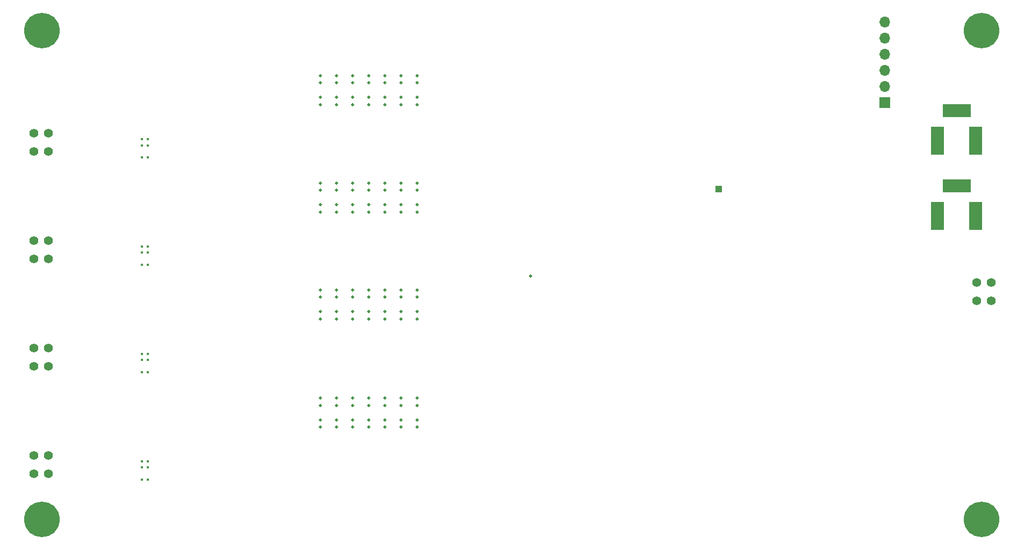
<source format=gbr>
%TF.GenerationSoftware,KiCad,Pcbnew,6.0.11*%
%TF.CreationDate,2023-02-03T09:16:36-05:00*%
%TF.ProjectId,PhasedArrayReceiver,50686173-6564-4417-9272-617952656365,rev?*%
%TF.SameCoordinates,Original*%
%TF.FileFunction,Soldermask,Bot*%
%TF.FilePolarity,Negative*%
%FSLAX46Y46*%
G04 Gerber Fmt 4.6, Leading zero omitted, Abs format (unit mm)*
G04 Created by KiCad (PCBNEW 6.0.11) date 2023-02-03 09:16:36*
%MOMM*%
%LPD*%
G01*
G04 APERTURE LIST*
%ADD10R,2.000000X4.500000*%
%ADD11R,4.500000X2.000000*%
%ADD12C,5.600000*%
%ADD13C,3.600000*%
%ADD14C,1.400000*%
%ADD15C,0.508000*%
%ADD16C,0.381000*%
%ADD17R,1.000000X1.000000*%
%ADD18R,1.700000X1.700000*%
%ADD19O,1.700000X1.700000*%
G04 APERTURE END LIST*
D10*
%TO.C,J7*%
X217050000Y-80170000D03*
X223050000Y-80170000D03*
D11*
X220050000Y-75470000D03*
%TD*%
D10*
%TO.C,J6*%
X217050000Y-68330000D03*
X223050000Y-68330000D03*
D11*
X220050000Y-63630000D03*
%TD*%
D12*
%TO.C,REF\u002A\u002A*%
X76000000Y-128000000D03*
D13*
X76000000Y-128000000D03*
%TD*%
D12*
%TO.C,REF\u002A\u002A*%
X224000000Y-128000000D03*
D13*
X224000000Y-128000000D03*
%TD*%
D12*
%TO.C,REF\u002A\u002A*%
X224000000Y-51000000D03*
D13*
X224000000Y-51000000D03*
%TD*%
D12*
%TO.C,REF\u002A\u002A*%
X76000000Y-51000000D03*
D13*
X76000000Y-51000000D03*
%TD*%
D14*
%TO.C,J8*%
X223205000Y-90685000D03*
X225497000Y-90685000D03*
X223205000Y-93555000D03*
X225497000Y-93555000D03*
%TD*%
%TO.C,J4*%
X77015000Y-120815000D03*
X74723000Y-120815000D03*
X77015000Y-117945000D03*
X74723000Y-117945000D03*
%TD*%
%TO.C,J3*%
X77015000Y-103881666D03*
X74723000Y-103881666D03*
X77015000Y-101011666D03*
X74723000Y-101011666D03*
%TD*%
%TO.C,J2*%
X77015000Y-86948333D03*
X74723000Y-86948333D03*
X77015000Y-84078333D03*
X74723000Y-84078333D03*
%TD*%
%TO.C,J1*%
X77015000Y-70015000D03*
X74723000Y-70015000D03*
X77015000Y-67145000D03*
X74723000Y-67145000D03*
%TD*%
D15*
%TO.C,U9*%
X152950000Y-89690000D03*
%TD*%
%TO.C,U13*%
X135020000Y-108923000D03*
X129940000Y-110066000D03*
X119780000Y-108923000D03*
X135020000Y-113497000D03*
X132480000Y-110066000D03*
X135020000Y-110066000D03*
X132480000Y-108923000D03*
X122320000Y-112354000D03*
X129940000Y-108923000D03*
X124860000Y-112354000D03*
X127400000Y-110066000D03*
X119780000Y-112354000D03*
X127400000Y-113497000D03*
X132480000Y-112354000D03*
X124860000Y-113497000D03*
X129940000Y-113497000D03*
X129940000Y-112354000D03*
X127400000Y-112354000D03*
X122320000Y-113497000D03*
X122320000Y-110066000D03*
X122320000Y-108923000D03*
X132480000Y-113497000D03*
X124860000Y-110066000D03*
X119780000Y-110066000D03*
X127400000Y-108923000D03*
X124860000Y-108923000D03*
X135020000Y-112354000D03*
X119780000Y-113497000D03*
%TD*%
%TO.C,U12*%
X135020000Y-91860500D03*
X129940000Y-93003500D03*
X119780000Y-91860500D03*
X135020000Y-96434500D03*
X132480000Y-93003500D03*
X135020000Y-93003500D03*
X132480000Y-91860500D03*
X122320000Y-95291500D03*
X129940000Y-91860500D03*
X124860000Y-95291500D03*
X127400000Y-93003500D03*
X119780000Y-95291500D03*
X127400000Y-96434500D03*
X132480000Y-95291500D03*
X124860000Y-96434500D03*
X129940000Y-96434500D03*
X129940000Y-95291500D03*
X127400000Y-95291500D03*
X122320000Y-96434500D03*
X122320000Y-93003500D03*
X122320000Y-91860500D03*
X132480000Y-96434500D03*
X124860000Y-93003500D03*
X119780000Y-93003500D03*
X127400000Y-91860500D03*
X124860000Y-91860500D03*
X135020000Y-95291500D03*
X119780000Y-96434500D03*
%TD*%
%TO.C,U11*%
X135020000Y-75023000D03*
X129940000Y-76166000D03*
X119780000Y-75023000D03*
X135020000Y-79597000D03*
X132480000Y-76166000D03*
X135020000Y-76166000D03*
X132480000Y-75023000D03*
X122320000Y-78454000D03*
X129940000Y-75023000D03*
X124860000Y-78454000D03*
X127400000Y-76166000D03*
X119780000Y-78454000D03*
X127400000Y-79597000D03*
X132480000Y-78454000D03*
X124860000Y-79597000D03*
X129940000Y-79597000D03*
X129940000Y-78454000D03*
X127400000Y-78454000D03*
X122320000Y-79597000D03*
X122320000Y-76166000D03*
X122320000Y-75023000D03*
X132480000Y-79597000D03*
X124860000Y-76166000D03*
X119780000Y-76166000D03*
X127400000Y-75023000D03*
X124860000Y-75023000D03*
X135020000Y-78454000D03*
X119780000Y-79597000D03*
%TD*%
D16*
%TO.C,U6*%
X91677400Y-121793000D03*
X91677400Y-119862600D03*
X91677400Y-118897400D03*
X92642600Y-119862600D03*
X92642600Y-121793000D03*
X92642600Y-118897400D03*
%TD*%
%TO.C,U5*%
X91677400Y-104853000D03*
X91677400Y-102922600D03*
X91677400Y-101957400D03*
X92642600Y-102922600D03*
X92642600Y-104853000D03*
X92642600Y-101957400D03*
%TD*%
%TO.C,U4*%
X92642600Y-85017400D03*
X92642600Y-87913000D03*
X92642600Y-85982600D03*
X91677400Y-85017400D03*
X91677400Y-85982600D03*
X91677400Y-87913000D03*
%TD*%
D15*
%TO.C,U2*%
X119780000Y-62657000D03*
X135020000Y-61514000D03*
X124860000Y-58083000D03*
X127400000Y-58083000D03*
X119780000Y-59226000D03*
X124860000Y-59226000D03*
X132480000Y-62657000D03*
X122320000Y-58083000D03*
X122320000Y-59226000D03*
X122320000Y-62657000D03*
X127400000Y-61514000D03*
X129940000Y-61514000D03*
X129940000Y-62657000D03*
X124860000Y-62657000D03*
X132480000Y-61514000D03*
X127400000Y-62657000D03*
X119780000Y-61514000D03*
X127400000Y-59226000D03*
X124860000Y-61514000D03*
X129940000Y-58083000D03*
X122320000Y-61514000D03*
X132480000Y-58083000D03*
X135020000Y-59226000D03*
X132480000Y-59226000D03*
X135020000Y-62657000D03*
X119780000Y-58083000D03*
X129940000Y-59226000D03*
X135020000Y-58083000D03*
%TD*%
D16*
%TO.C,U1*%
X91677400Y-71003000D03*
X91677400Y-69072600D03*
X91677400Y-68107400D03*
X92642600Y-69072600D03*
X92642600Y-71003000D03*
X92642600Y-68107400D03*
%TD*%
D17*
%TO.C,TP1*%
X182580000Y-75990000D03*
%TD*%
D18*
%TO.C,J5*%
X208760000Y-62340000D03*
D19*
X208760000Y-59800000D03*
X208760000Y-57260000D03*
X208760000Y-54720000D03*
X208760000Y-52180000D03*
X208760000Y-49640000D03*
%TD*%
M02*

</source>
